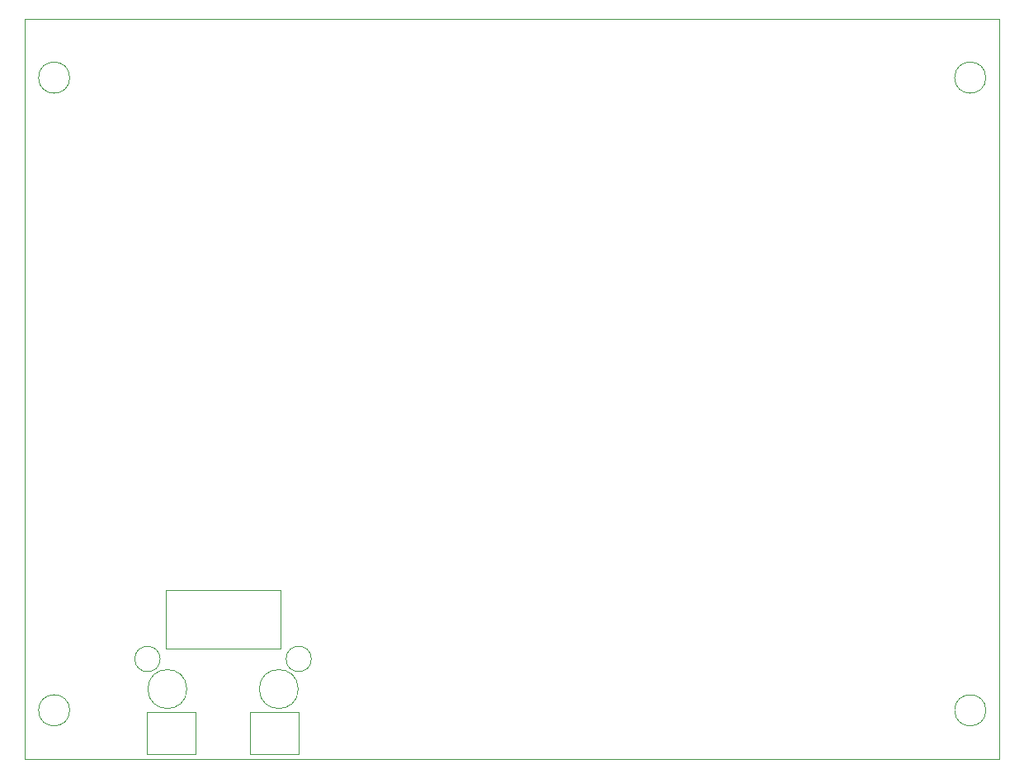
<source format=gm1>
%TF.GenerationSoftware,KiCad,Pcbnew,7.0.1-3b83917a11~171~ubuntu20.04.1*%
%TF.CreationDate,2023-05-08T06:47:33+09:00*%
%TF.ProjectId,pcb,7063622e-6b69-4636-9164-5f7063625858,rev?*%
%TF.SameCoordinates,Original*%
%TF.FileFunction,Profile,NP*%
%FSLAX46Y46*%
G04 Gerber Fmt 4.6, Leading zero omitted, Abs format (unit mm)*
G04 Created by KiCad (PCBNEW 7.0.1-3b83917a11~171~ubuntu20.04.1) date 2023-05-08 06:47:33*
%MOMM*%
%LPD*%
G01*
G04 APERTURE LIST*
%TA.AperFunction,Profile*%
%ADD10C,0.100000*%
%TD*%
%TA.AperFunction,Profile*%
%ADD11C,0.120000*%
%TD*%
G04 APERTURE END LIST*
D10*
X24600000Y-26000000D02*
G75*
G03*
X24600000Y-26000000I-1600000J0D01*
G01*
X24600000Y-91000000D02*
G75*
G03*
X24600000Y-91000000I-1600000J0D01*
G01*
X118600000Y-26000000D02*
G75*
G03*
X118600000Y-26000000I-1600000J0D01*
G01*
X20000000Y-20000000D02*
X120000000Y-20000000D01*
X120000000Y-96000000D01*
X20000000Y-96000000D01*
X20000000Y-20000000D01*
X118600000Y-91000000D02*
G75*
G03*
X118600000Y-91000000I-1600000J0D01*
G01*
D11*
%TO.C,U4*%
X32536000Y-91164800D02*
X37536000Y-91164800D01*
X37536000Y-91164800D02*
X37536000Y-95464800D01*
X37536000Y-95464800D02*
X32536000Y-95464800D01*
X32536000Y-95464800D02*
X32536000Y-91164800D01*
X34436000Y-78664800D02*
X46236000Y-78664800D01*
X46236000Y-78664800D02*
X46236000Y-84664800D01*
X46236000Y-84664800D02*
X34436000Y-84664800D01*
X34436000Y-84664800D02*
X34436000Y-78664800D01*
X43136000Y-91164800D02*
X48136000Y-91164800D01*
X48136000Y-91164800D02*
X48136000Y-95464800D01*
X48136000Y-95464800D02*
X43136000Y-95464800D01*
X43136000Y-95464800D02*
X43136000Y-91164800D01*
X33876000Y-85724800D02*
G75*
G03*
X33876000Y-85724800I-1300000J0D01*
G01*
X36621000Y-88814800D02*
G75*
G03*
X36621000Y-88814800I-2000000J0D01*
G01*
X48051000Y-88814800D02*
G75*
G03*
X48051000Y-88814800I-2000000J0D01*
G01*
X49396000Y-85724800D02*
G75*
G03*
X49396000Y-85724800I-1300000J0D01*
G01*
%TD*%
M02*

</source>
